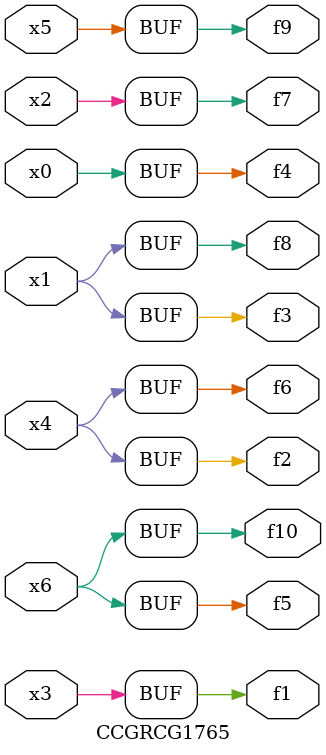
<source format=v>
module CCGRCG1765(
	input x0, x1, x2, x3, x4, x5, x6,
	output f1, f2, f3, f4, f5, f6, f7, f8, f9, f10
);
	assign f1 = x3;
	assign f2 = x4;
	assign f3 = x1;
	assign f4 = x0;
	assign f5 = x6;
	assign f6 = x4;
	assign f7 = x2;
	assign f8 = x1;
	assign f9 = x5;
	assign f10 = x6;
endmodule

</source>
